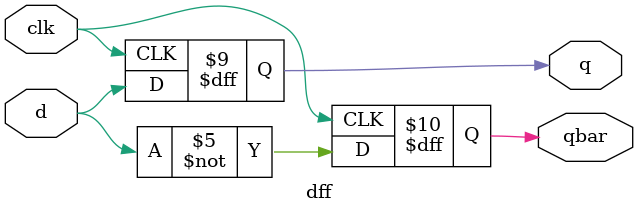
<source format=v>
module dff(clk, q, qbar, d);
    input clk;
    output q, qbar;
    reg q, qbar;
    input d;

    always @(posedge clk) 
    begin
        if (d == 1'b0 || d ==1'b1)
        begin
            q = d;
        end
        else
        begin
            q = 1'b0;
        end
        qbar = ~q;
   end
endmodule

</source>
